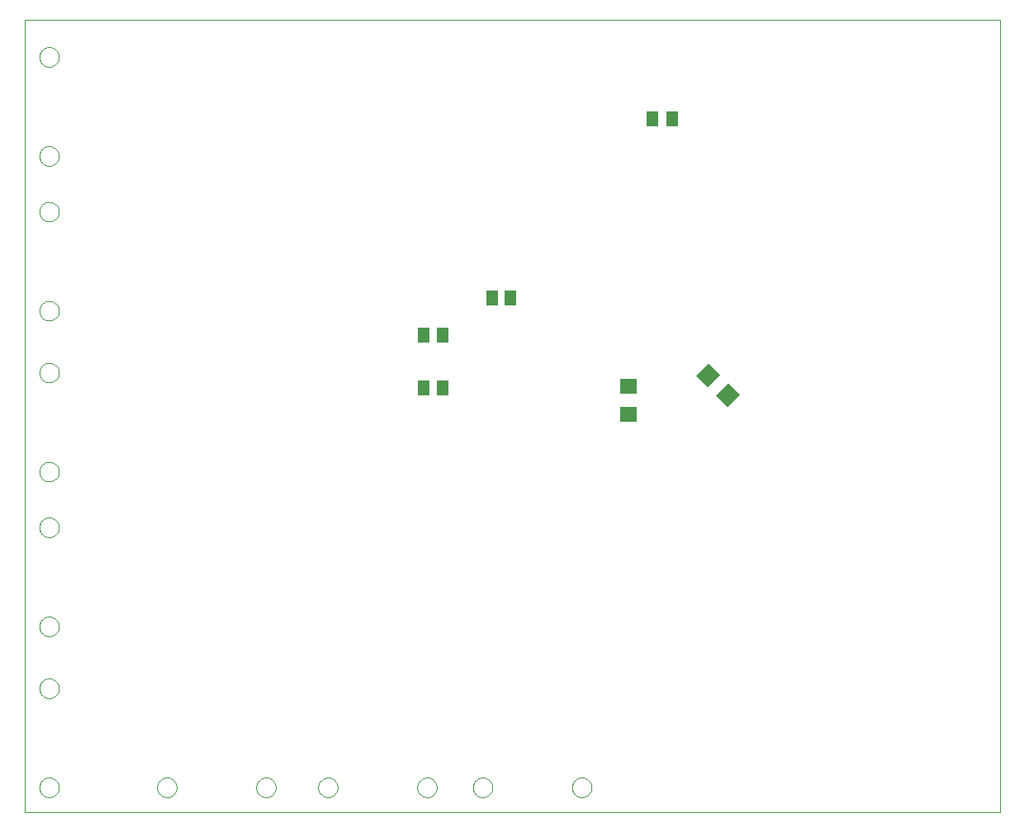
<source format=gbp>
G75*
G70*
%OFA0B0*%
%FSLAX24Y24*%
%IPPOS*%
%LPD*%
%AMOC8*
5,1,8,0,0,1.08239X$1,22.5*
%
%ADD10C,0.0000*%
%ADD11R,0.0512X0.0630*%
%ADD12R,0.0512X0.0591*%
%ADD13R,0.0630X0.0710*%
%ADD14R,0.0710X0.0630*%
D10*
X010361Y010361D02*
X010361Y042357D01*
X049731Y042357D01*
X049731Y010361D01*
X010361Y010361D01*
X010967Y011361D02*
X010969Y011400D01*
X010975Y011439D01*
X010985Y011477D01*
X010998Y011514D01*
X011015Y011549D01*
X011035Y011583D01*
X011059Y011614D01*
X011086Y011643D01*
X011115Y011669D01*
X011147Y011692D01*
X011181Y011712D01*
X011217Y011728D01*
X011254Y011740D01*
X011293Y011749D01*
X011332Y011754D01*
X011371Y011755D01*
X011410Y011752D01*
X011449Y011745D01*
X011486Y011734D01*
X011523Y011720D01*
X011558Y011702D01*
X011591Y011681D01*
X011622Y011656D01*
X011650Y011629D01*
X011675Y011599D01*
X011697Y011566D01*
X011716Y011532D01*
X011731Y011496D01*
X011743Y011458D01*
X011751Y011420D01*
X011755Y011381D01*
X011755Y011341D01*
X011751Y011302D01*
X011743Y011264D01*
X011731Y011226D01*
X011716Y011190D01*
X011697Y011156D01*
X011675Y011123D01*
X011650Y011093D01*
X011622Y011066D01*
X011591Y011041D01*
X011558Y011020D01*
X011523Y011002D01*
X011486Y010988D01*
X011449Y010977D01*
X011410Y010970D01*
X011371Y010967D01*
X011332Y010968D01*
X011293Y010973D01*
X011254Y010982D01*
X011217Y010994D01*
X011181Y011010D01*
X011147Y011030D01*
X011115Y011053D01*
X011086Y011079D01*
X011059Y011108D01*
X011035Y011139D01*
X011015Y011173D01*
X010998Y011208D01*
X010985Y011245D01*
X010975Y011283D01*
X010969Y011322D01*
X010967Y011361D01*
X010967Y015361D02*
X010969Y015400D01*
X010975Y015439D01*
X010985Y015477D01*
X010998Y015514D01*
X011015Y015549D01*
X011035Y015583D01*
X011059Y015614D01*
X011086Y015643D01*
X011115Y015669D01*
X011147Y015692D01*
X011181Y015712D01*
X011217Y015728D01*
X011254Y015740D01*
X011293Y015749D01*
X011332Y015754D01*
X011371Y015755D01*
X011410Y015752D01*
X011449Y015745D01*
X011486Y015734D01*
X011523Y015720D01*
X011558Y015702D01*
X011591Y015681D01*
X011622Y015656D01*
X011650Y015629D01*
X011675Y015599D01*
X011697Y015566D01*
X011716Y015532D01*
X011731Y015496D01*
X011743Y015458D01*
X011751Y015420D01*
X011755Y015381D01*
X011755Y015341D01*
X011751Y015302D01*
X011743Y015264D01*
X011731Y015226D01*
X011716Y015190D01*
X011697Y015156D01*
X011675Y015123D01*
X011650Y015093D01*
X011622Y015066D01*
X011591Y015041D01*
X011558Y015020D01*
X011523Y015002D01*
X011486Y014988D01*
X011449Y014977D01*
X011410Y014970D01*
X011371Y014967D01*
X011332Y014968D01*
X011293Y014973D01*
X011254Y014982D01*
X011217Y014994D01*
X011181Y015010D01*
X011147Y015030D01*
X011115Y015053D01*
X011086Y015079D01*
X011059Y015108D01*
X011035Y015139D01*
X011015Y015173D01*
X010998Y015208D01*
X010985Y015245D01*
X010975Y015283D01*
X010969Y015322D01*
X010967Y015361D01*
X010967Y017861D02*
X010969Y017900D01*
X010975Y017939D01*
X010985Y017977D01*
X010998Y018014D01*
X011015Y018049D01*
X011035Y018083D01*
X011059Y018114D01*
X011086Y018143D01*
X011115Y018169D01*
X011147Y018192D01*
X011181Y018212D01*
X011217Y018228D01*
X011254Y018240D01*
X011293Y018249D01*
X011332Y018254D01*
X011371Y018255D01*
X011410Y018252D01*
X011449Y018245D01*
X011486Y018234D01*
X011523Y018220D01*
X011558Y018202D01*
X011591Y018181D01*
X011622Y018156D01*
X011650Y018129D01*
X011675Y018099D01*
X011697Y018066D01*
X011716Y018032D01*
X011731Y017996D01*
X011743Y017958D01*
X011751Y017920D01*
X011755Y017881D01*
X011755Y017841D01*
X011751Y017802D01*
X011743Y017764D01*
X011731Y017726D01*
X011716Y017690D01*
X011697Y017656D01*
X011675Y017623D01*
X011650Y017593D01*
X011622Y017566D01*
X011591Y017541D01*
X011558Y017520D01*
X011523Y017502D01*
X011486Y017488D01*
X011449Y017477D01*
X011410Y017470D01*
X011371Y017467D01*
X011332Y017468D01*
X011293Y017473D01*
X011254Y017482D01*
X011217Y017494D01*
X011181Y017510D01*
X011147Y017530D01*
X011115Y017553D01*
X011086Y017579D01*
X011059Y017608D01*
X011035Y017639D01*
X011015Y017673D01*
X010998Y017708D01*
X010985Y017745D01*
X010975Y017783D01*
X010969Y017822D01*
X010967Y017861D01*
X010967Y021861D02*
X010969Y021900D01*
X010975Y021939D01*
X010985Y021977D01*
X010998Y022014D01*
X011015Y022049D01*
X011035Y022083D01*
X011059Y022114D01*
X011086Y022143D01*
X011115Y022169D01*
X011147Y022192D01*
X011181Y022212D01*
X011217Y022228D01*
X011254Y022240D01*
X011293Y022249D01*
X011332Y022254D01*
X011371Y022255D01*
X011410Y022252D01*
X011449Y022245D01*
X011486Y022234D01*
X011523Y022220D01*
X011558Y022202D01*
X011591Y022181D01*
X011622Y022156D01*
X011650Y022129D01*
X011675Y022099D01*
X011697Y022066D01*
X011716Y022032D01*
X011731Y021996D01*
X011743Y021958D01*
X011751Y021920D01*
X011755Y021881D01*
X011755Y021841D01*
X011751Y021802D01*
X011743Y021764D01*
X011731Y021726D01*
X011716Y021690D01*
X011697Y021656D01*
X011675Y021623D01*
X011650Y021593D01*
X011622Y021566D01*
X011591Y021541D01*
X011558Y021520D01*
X011523Y021502D01*
X011486Y021488D01*
X011449Y021477D01*
X011410Y021470D01*
X011371Y021467D01*
X011332Y021468D01*
X011293Y021473D01*
X011254Y021482D01*
X011217Y021494D01*
X011181Y021510D01*
X011147Y021530D01*
X011115Y021553D01*
X011086Y021579D01*
X011059Y021608D01*
X011035Y021639D01*
X011015Y021673D01*
X010998Y021708D01*
X010985Y021745D01*
X010975Y021783D01*
X010969Y021822D01*
X010967Y021861D01*
X010967Y024111D02*
X010969Y024150D01*
X010975Y024189D01*
X010985Y024227D01*
X010998Y024264D01*
X011015Y024299D01*
X011035Y024333D01*
X011059Y024364D01*
X011086Y024393D01*
X011115Y024419D01*
X011147Y024442D01*
X011181Y024462D01*
X011217Y024478D01*
X011254Y024490D01*
X011293Y024499D01*
X011332Y024504D01*
X011371Y024505D01*
X011410Y024502D01*
X011449Y024495D01*
X011486Y024484D01*
X011523Y024470D01*
X011558Y024452D01*
X011591Y024431D01*
X011622Y024406D01*
X011650Y024379D01*
X011675Y024349D01*
X011697Y024316D01*
X011716Y024282D01*
X011731Y024246D01*
X011743Y024208D01*
X011751Y024170D01*
X011755Y024131D01*
X011755Y024091D01*
X011751Y024052D01*
X011743Y024014D01*
X011731Y023976D01*
X011716Y023940D01*
X011697Y023906D01*
X011675Y023873D01*
X011650Y023843D01*
X011622Y023816D01*
X011591Y023791D01*
X011558Y023770D01*
X011523Y023752D01*
X011486Y023738D01*
X011449Y023727D01*
X011410Y023720D01*
X011371Y023717D01*
X011332Y023718D01*
X011293Y023723D01*
X011254Y023732D01*
X011217Y023744D01*
X011181Y023760D01*
X011147Y023780D01*
X011115Y023803D01*
X011086Y023829D01*
X011059Y023858D01*
X011035Y023889D01*
X011015Y023923D01*
X010998Y023958D01*
X010985Y023995D01*
X010975Y024033D01*
X010969Y024072D01*
X010967Y024111D01*
X010967Y028111D02*
X010969Y028150D01*
X010975Y028189D01*
X010985Y028227D01*
X010998Y028264D01*
X011015Y028299D01*
X011035Y028333D01*
X011059Y028364D01*
X011086Y028393D01*
X011115Y028419D01*
X011147Y028442D01*
X011181Y028462D01*
X011217Y028478D01*
X011254Y028490D01*
X011293Y028499D01*
X011332Y028504D01*
X011371Y028505D01*
X011410Y028502D01*
X011449Y028495D01*
X011486Y028484D01*
X011523Y028470D01*
X011558Y028452D01*
X011591Y028431D01*
X011622Y028406D01*
X011650Y028379D01*
X011675Y028349D01*
X011697Y028316D01*
X011716Y028282D01*
X011731Y028246D01*
X011743Y028208D01*
X011751Y028170D01*
X011755Y028131D01*
X011755Y028091D01*
X011751Y028052D01*
X011743Y028014D01*
X011731Y027976D01*
X011716Y027940D01*
X011697Y027906D01*
X011675Y027873D01*
X011650Y027843D01*
X011622Y027816D01*
X011591Y027791D01*
X011558Y027770D01*
X011523Y027752D01*
X011486Y027738D01*
X011449Y027727D01*
X011410Y027720D01*
X011371Y027717D01*
X011332Y027718D01*
X011293Y027723D01*
X011254Y027732D01*
X011217Y027744D01*
X011181Y027760D01*
X011147Y027780D01*
X011115Y027803D01*
X011086Y027829D01*
X011059Y027858D01*
X011035Y027889D01*
X011015Y027923D01*
X010998Y027958D01*
X010985Y027995D01*
X010975Y028033D01*
X010969Y028072D01*
X010967Y028111D01*
X010967Y030611D02*
X010969Y030650D01*
X010975Y030689D01*
X010985Y030727D01*
X010998Y030764D01*
X011015Y030799D01*
X011035Y030833D01*
X011059Y030864D01*
X011086Y030893D01*
X011115Y030919D01*
X011147Y030942D01*
X011181Y030962D01*
X011217Y030978D01*
X011254Y030990D01*
X011293Y030999D01*
X011332Y031004D01*
X011371Y031005D01*
X011410Y031002D01*
X011449Y030995D01*
X011486Y030984D01*
X011523Y030970D01*
X011558Y030952D01*
X011591Y030931D01*
X011622Y030906D01*
X011650Y030879D01*
X011675Y030849D01*
X011697Y030816D01*
X011716Y030782D01*
X011731Y030746D01*
X011743Y030708D01*
X011751Y030670D01*
X011755Y030631D01*
X011755Y030591D01*
X011751Y030552D01*
X011743Y030514D01*
X011731Y030476D01*
X011716Y030440D01*
X011697Y030406D01*
X011675Y030373D01*
X011650Y030343D01*
X011622Y030316D01*
X011591Y030291D01*
X011558Y030270D01*
X011523Y030252D01*
X011486Y030238D01*
X011449Y030227D01*
X011410Y030220D01*
X011371Y030217D01*
X011332Y030218D01*
X011293Y030223D01*
X011254Y030232D01*
X011217Y030244D01*
X011181Y030260D01*
X011147Y030280D01*
X011115Y030303D01*
X011086Y030329D01*
X011059Y030358D01*
X011035Y030389D01*
X011015Y030423D01*
X010998Y030458D01*
X010985Y030495D01*
X010975Y030533D01*
X010969Y030572D01*
X010967Y030611D01*
X010967Y034611D02*
X010969Y034650D01*
X010975Y034689D01*
X010985Y034727D01*
X010998Y034764D01*
X011015Y034799D01*
X011035Y034833D01*
X011059Y034864D01*
X011086Y034893D01*
X011115Y034919D01*
X011147Y034942D01*
X011181Y034962D01*
X011217Y034978D01*
X011254Y034990D01*
X011293Y034999D01*
X011332Y035004D01*
X011371Y035005D01*
X011410Y035002D01*
X011449Y034995D01*
X011486Y034984D01*
X011523Y034970D01*
X011558Y034952D01*
X011591Y034931D01*
X011622Y034906D01*
X011650Y034879D01*
X011675Y034849D01*
X011697Y034816D01*
X011716Y034782D01*
X011731Y034746D01*
X011743Y034708D01*
X011751Y034670D01*
X011755Y034631D01*
X011755Y034591D01*
X011751Y034552D01*
X011743Y034514D01*
X011731Y034476D01*
X011716Y034440D01*
X011697Y034406D01*
X011675Y034373D01*
X011650Y034343D01*
X011622Y034316D01*
X011591Y034291D01*
X011558Y034270D01*
X011523Y034252D01*
X011486Y034238D01*
X011449Y034227D01*
X011410Y034220D01*
X011371Y034217D01*
X011332Y034218D01*
X011293Y034223D01*
X011254Y034232D01*
X011217Y034244D01*
X011181Y034260D01*
X011147Y034280D01*
X011115Y034303D01*
X011086Y034329D01*
X011059Y034358D01*
X011035Y034389D01*
X011015Y034423D01*
X010998Y034458D01*
X010985Y034495D01*
X010975Y034533D01*
X010969Y034572D01*
X010967Y034611D01*
X010967Y036861D02*
X010969Y036900D01*
X010975Y036939D01*
X010985Y036977D01*
X010998Y037014D01*
X011015Y037049D01*
X011035Y037083D01*
X011059Y037114D01*
X011086Y037143D01*
X011115Y037169D01*
X011147Y037192D01*
X011181Y037212D01*
X011217Y037228D01*
X011254Y037240D01*
X011293Y037249D01*
X011332Y037254D01*
X011371Y037255D01*
X011410Y037252D01*
X011449Y037245D01*
X011486Y037234D01*
X011523Y037220D01*
X011558Y037202D01*
X011591Y037181D01*
X011622Y037156D01*
X011650Y037129D01*
X011675Y037099D01*
X011697Y037066D01*
X011716Y037032D01*
X011731Y036996D01*
X011743Y036958D01*
X011751Y036920D01*
X011755Y036881D01*
X011755Y036841D01*
X011751Y036802D01*
X011743Y036764D01*
X011731Y036726D01*
X011716Y036690D01*
X011697Y036656D01*
X011675Y036623D01*
X011650Y036593D01*
X011622Y036566D01*
X011591Y036541D01*
X011558Y036520D01*
X011523Y036502D01*
X011486Y036488D01*
X011449Y036477D01*
X011410Y036470D01*
X011371Y036467D01*
X011332Y036468D01*
X011293Y036473D01*
X011254Y036482D01*
X011217Y036494D01*
X011181Y036510D01*
X011147Y036530D01*
X011115Y036553D01*
X011086Y036579D01*
X011059Y036608D01*
X011035Y036639D01*
X011015Y036673D01*
X010998Y036708D01*
X010985Y036745D01*
X010975Y036783D01*
X010969Y036822D01*
X010967Y036861D01*
X010967Y040861D02*
X010969Y040900D01*
X010975Y040939D01*
X010985Y040977D01*
X010998Y041014D01*
X011015Y041049D01*
X011035Y041083D01*
X011059Y041114D01*
X011086Y041143D01*
X011115Y041169D01*
X011147Y041192D01*
X011181Y041212D01*
X011217Y041228D01*
X011254Y041240D01*
X011293Y041249D01*
X011332Y041254D01*
X011371Y041255D01*
X011410Y041252D01*
X011449Y041245D01*
X011486Y041234D01*
X011523Y041220D01*
X011558Y041202D01*
X011591Y041181D01*
X011622Y041156D01*
X011650Y041129D01*
X011675Y041099D01*
X011697Y041066D01*
X011716Y041032D01*
X011731Y040996D01*
X011743Y040958D01*
X011751Y040920D01*
X011755Y040881D01*
X011755Y040841D01*
X011751Y040802D01*
X011743Y040764D01*
X011731Y040726D01*
X011716Y040690D01*
X011697Y040656D01*
X011675Y040623D01*
X011650Y040593D01*
X011622Y040566D01*
X011591Y040541D01*
X011558Y040520D01*
X011523Y040502D01*
X011486Y040488D01*
X011449Y040477D01*
X011410Y040470D01*
X011371Y040467D01*
X011332Y040468D01*
X011293Y040473D01*
X011254Y040482D01*
X011217Y040494D01*
X011181Y040510D01*
X011147Y040530D01*
X011115Y040553D01*
X011086Y040579D01*
X011059Y040608D01*
X011035Y040639D01*
X011015Y040673D01*
X010998Y040708D01*
X010985Y040745D01*
X010975Y040783D01*
X010969Y040822D01*
X010967Y040861D01*
X015717Y011361D02*
X015719Y011400D01*
X015725Y011439D01*
X015735Y011477D01*
X015748Y011514D01*
X015765Y011549D01*
X015785Y011583D01*
X015809Y011614D01*
X015836Y011643D01*
X015865Y011669D01*
X015897Y011692D01*
X015931Y011712D01*
X015967Y011728D01*
X016004Y011740D01*
X016043Y011749D01*
X016082Y011754D01*
X016121Y011755D01*
X016160Y011752D01*
X016199Y011745D01*
X016236Y011734D01*
X016273Y011720D01*
X016308Y011702D01*
X016341Y011681D01*
X016372Y011656D01*
X016400Y011629D01*
X016425Y011599D01*
X016447Y011566D01*
X016466Y011532D01*
X016481Y011496D01*
X016493Y011458D01*
X016501Y011420D01*
X016505Y011381D01*
X016505Y011341D01*
X016501Y011302D01*
X016493Y011264D01*
X016481Y011226D01*
X016466Y011190D01*
X016447Y011156D01*
X016425Y011123D01*
X016400Y011093D01*
X016372Y011066D01*
X016341Y011041D01*
X016308Y011020D01*
X016273Y011002D01*
X016236Y010988D01*
X016199Y010977D01*
X016160Y010970D01*
X016121Y010967D01*
X016082Y010968D01*
X016043Y010973D01*
X016004Y010982D01*
X015967Y010994D01*
X015931Y011010D01*
X015897Y011030D01*
X015865Y011053D01*
X015836Y011079D01*
X015809Y011108D01*
X015785Y011139D01*
X015765Y011173D01*
X015748Y011208D01*
X015735Y011245D01*
X015725Y011283D01*
X015719Y011322D01*
X015717Y011361D01*
X019717Y011361D02*
X019719Y011400D01*
X019725Y011439D01*
X019735Y011477D01*
X019748Y011514D01*
X019765Y011549D01*
X019785Y011583D01*
X019809Y011614D01*
X019836Y011643D01*
X019865Y011669D01*
X019897Y011692D01*
X019931Y011712D01*
X019967Y011728D01*
X020004Y011740D01*
X020043Y011749D01*
X020082Y011754D01*
X020121Y011755D01*
X020160Y011752D01*
X020199Y011745D01*
X020236Y011734D01*
X020273Y011720D01*
X020308Y011702D01*
X020341Y011681D01*
X020372Y011656D01*
X020400Y011629D01*
X020425Y011599D01*
X020447Y011566D01*
X020466Y011532D01*
X020481Y011496D01*
X020493Y011458D01*
X020501Y011420D01*
X020505Y011381D01*
X020505Y011341D01*
X020501Y011302D01*
X020493Y011264D01*
X020481Y011226D01*
X020466Y011190D01*
X020447Y011156D01*
X020425Y011123D01*
X020400Y011093D01*
X020372Y011066D01*
X020341Y011041D01*
X020308Y011020D01*
X020273Y011002D01*
X020236Y010988D01*
X020199Y010977D01*
X020160Y010970D01*
X020121Y010967D01*
X020082Y010968D01*
X020043Y010973D01*
X020004Y010982D01*
X019967Y010994D01*
X019931Y011010D01*
X019897Y011030D01*
X019865Y011053D01*
X019836Y011079D01*
X019809Y011108D01*
X019785Y011139D01*
X019765Y011173D01*
X019748Y011208D01*
X019735Y011245D01*
X019725Y011283D01*
X019719Y011322D01*
X019717Y011361D01*
X022217Y011361D02*
X022219Y011400D01*
X022225Y011439D01*
X022235Y011477D01*
X022248Y011514D01*
X022265Y011549D01*
X022285Y011583D01*
X022309Y011614D01*
X022336Y011643D01*
X022365Y011669D01*
X022397Y011692D01*
X022431Y011712D01*
X022467Y011728D01*
X022504Y011740D01*
X022543Y011749D01*
X022582Y011754D01*
X022621Y011755D01*
X022660Y011752D01*
X022699Y011745D01*
X022736Y011734D01*
X022773Y011720D01*
X022808Y011702D01*
X022841Y011681D01*
X022872Y011656D01*
X022900Y011629D01*
X022925Y011599D01*
X022947Y011566D01*
X022966Y011532D01*
X022981Y011496D01*
X022993Y011458D01*
X023001Y011420D01*
X023005Y011381D01*
X023005Y011341D01*
X023001Y011302D01*
X022993Y011264D01*
X022981Y011226D01*
X022966Y011190D01*
X022947Y011156D01*
X022925Y011123D01*
X022900Y011093D01*
X022872Y011066D01*
X022841Y011041D01*
X022808Y011020D01*
X022773Y011002D01*
X022736Y010988D01*
X022699Y010977D01*
X022660Y010970D01*
X022621Y010967D01*
X022582Y010968D01*
X022543Y010973D01*
X022504Y010982D01*
X022467Y010994D01*
X022431Y011010D01*
X022397Y011030D01*
X022365Y011053D01*
X022336Y011079D01*
X022309Y011108D01*
X022285Y011139D01*
X022265Y011173D01*
X022248Y011208D01*
X022235Y011245D01*
X022225Y011283D01*
X022219Y011322D01*
X022217Y011361D01*
X026217Y011361D02*
X026219Y011400D01*
X026225Y011439D01*
X026235Y011477D01*
X026248Y011514D01*
X026265Y011549D01*
X026285Y011583D01*
X026309Y011614D01*
X026336Y011643D01*
X026365Y011669D01*
X026397Y011692D01*
X026431Y011712D01*
X026467Y011728D01*
X026504Y011740D01*
X026543Y011749D01*
X026582Y011754D01*
X026621Y011755D01*
X026660Y011752D01*
X026699Y011745D01*
X026736Y011734D01*
X026773Y011720D01*
X026808Y011702D01*
X026841Y011681D01*
X026872Y011656D01*
X026900Y011629D01*
X026925Y011599D01*
X026947Y011566D01*
X026966Y011532D01*
X026981Y011496D01*
X026993Y011458D01*
X027001Y011420D01*
X027005Y011381D01*
X027005Y011341D01*
X027001Y011302D01*
X026993Y011264D01*
X026981Y011226D01*
X026966Y011190D01*
X026947Y011156D01*
X026925Y011123D01*
X026900Y011093D01*
X026872Y011066D01*
X026841Y011041D01*
X026808Y011020D01*
X026773Y011002D01*
X026736Y010988D01*
X026699Y010977D01*
X026660Y010970D01*
X026621Y010967D01*
X026582Y010968D01*
X026543Y010973D01*
X026504Y010982D01*
X026467Y010994D01*
X026431Y011010D01*
X026397Y011030D01*
X026365Y011053D01*
X026336Y011079D01*
X026309Y011108D01*
X026285Y011139D01*
X026265Y011173D01*
X026248Y011208D01*
X026235Y011245D01*
X026225Y011283D01*
X026219Y011322D01*
X026217Y011361D01*
X028467Y011361D02*
X028469Y011400D01*
X028475Y011439D01*
X028485Y011477D01*
X028498Y011514D01*
X028515Y011549D01*
X028535Y011583D01*
X028559Y011614D01*
X028586Y011643D01*
X028615Y011669D01*
X028647Y011692D01*
X028681Y011712D01*
X028717Y011728D01*
X028754Y011740D01*
X028793Y011749D01*
X028832Y011754D01*
X028871Y011755D01*
X028910Y011752D01*
X028949Y011745D01*
X028986Y011734D01*
X029023Y011720D01*
X029058Y011702D01*
X029091Y011681D01*
X029122Y011656D01*
X029150Y011629D01*
X029175Y011599D01*
X029197Y011566D01*
X029216Y011532D01*
X029231Y011496D01*
X029243Y011458D01*
X029251Y011420D01*
X029255Y011381D01*
X029255Y011341D01*
X029251Y011302D01*
X029243Y011264D01*
X029231Y011226D01*
X029216Y011190D01*
X029197Y011156D01*
X029175Y011123D01*
X029150Y011093D01*
X029122Y011066D01*
X029091Y011041D01*
X029058Y011020D01*
X029023Y011002D01*
X028986Y010988D01*
X028949Y010977D01*
X028910Y010970D01*
X028871Y010967D01*
X028832Y010968D01*
X028793Y010973D01*
X028754Y010982D01*
X028717Y010994D01*
X028681Y011010D01*
X028647Y011030D01*
X028615Y011053D01*
X028586Y011079D01*
X028559Y011108D01*
X028535Y011139D01*
X028515Y011173D01*
X028498Y011208D01*
X028485Y011245D01*
X028475Y011283D01*
X028469Y011322D01*
X028467Y011361D01*
X032467Y011361D02*
X032469Y011400D01*
X032475Y011439D01*
X032485Y011477D01*
X032498Y011514D01*
X032515Y011549D01*
X032535Y011583D01*
X032559Y011614D01*
X032586Y011643D01*
X032615Y011669D01*
X032647Y011692D01*
X032681Y011712D01*
X032717Y011728D01*
X032754Y011740D01*
X032793Y011749D01*
X032832Y011754D01*
X032871Y011755D01*
X032910Y011752D01*
X032949Y011745D01*
X032986Y011734D01*
X033023Y011720D01*
X033058Y011702D01*
X033091Y011681D01*
X033122Y011656D01*
X033150Y011629D01*
X033175Y011599D01*
X033197Y011566D01*
X033216Y011532D01*
X033231Y011496D01*
X033243Y011458D01*
X033251Y011420D01*
X033255Y011381D01*
X033255Y011341D01*
X033251Y011302D01*
X033243Y011264D01*
X033231Y011226D01*
X033216Y011190D01*
X033197Y011156D01*
X033175Y011123D01*
X033150Y011093D01*
X033122Y011066D01*
X033091Y011041D01*
X033058Y011020D01*
X033023Y011002D01*
X032986Y010988D01*
X032949Y010977D01*
X032910Y010970D01*
X032871Y010967D01*
X032832Y010968D01*
X032793Y010973D01*
X032754Y010982D01*
X032717Y010994D01*
X032681Y011010D01*
X032647Y011030D01*
X032615Y011053D01*
X032586Y011079D01*
X032559Y011108D01*
X032535Y011139D01*
X032515Y011173D01*
X032498Y011208D01*
X032485Y011245D01*
X032475Y011283D01*
X032469Y011322D01*
X032467Y011361D01*
D11*
X027255Y027486D03*
X026467Y027486D03*
X026467Y029611D03*
X027255Y029611D03*
X035717Y038361D03*
X036505Y038361D03*
D12*
X029985Y031111D03*
X029237Y031111D03*
D13*
G36*
X037937Y027534D02*
X037492Y027979D01*
X037993Y028480D01*
X038438Y028035D01*
X037937Y027534D01*
G37*
G36*
X038729Y026742D02*
X038284Y027187D01*
X038785Y027688D01*
X039230Y027243D01*
X038729Y026742D01*
G37*
D14*
X034736Y026426D03*
X034736Y027546D03*
M02*

</source>
